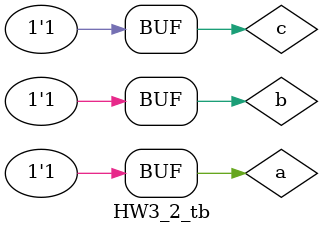
<source format=v>
`timescale 1ns / 1ps


module HW3_2(
    input c,
    input a,
    input b,
    output F1
    );

assign F1 = (a) ? (b ? 1 : !c) : ( b ? 0 : c );

endmodule

module HW3_2_tb();

HW3_2 dut1(c, a, b, F1);
reg a = 0, b = 0, c = 0;
wire F1;
initial begin
    a = 0;
    b = 0;
    c = 0;
    #10
    a = 0;
    b = 0;
    c = 1;
    #10
    a = 0;
    b = 1;
    c = 0;
    #10
    a = 0;
    b = 1;
    c = 1;
    #10
    a = 1;
    b = 0;
    c = 0;
    #10
    a = 1;
    b = 0;
    c = 1;
    #10
    a = 1;
    b = 1;
    c = 0;
    #10
    a = 1;
    b = 1;
    c = 1;
    #10;
end

endmodule
</source>
